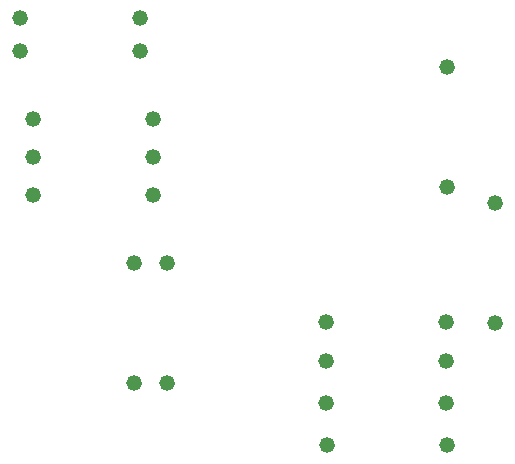
<source format=gbr>
%TF.GenerationSoftware,KiCad,Pcbnew,(6.0.0-0)*%
%TF.CreationDate,2022-01-05T21:11:28+01:00*%
%TF.ProjectId,218_trigger_mod,3231385f-7472-4696-9767-65725f6d6f64,rev?*%
%TF.SameCoordinates,Original*%
%TF.FileFunction,Paste,Top*%
%TF.FilePolarity,Positive*%
%FSLAX46Y46*%
G04 Gerber Fmt 4.6, Leading zero omitted, Abs format (unit mm)*
G04 Created by KiCad (PCBNEW (6.0.0-0)) date 2022-01-05 21:11:28*
%MOMM*%
%LPD*%
G01*
G04 APERTURE LIST*
%ADD10C,1.320800*%
G04 APERTURE END LIST*
D10*
%TO.C,R5*%
X137900000Y-114080000D03*
X137900000Y-103920000D03*
%TD*%
%TO.C,R2*%
X151290000Y-115824000D03*
X161450000Y-115824000D03*
%TD*%
%TO.C,R8*%
X161544000Y-119380000D03*
X151384000Y-119380000D03*
%TD*%
%TO.C,R11*%
X136652000Y-95000000D03*
X126492000Y-95000000D03*
%TD*%
%TO.C,R12*%
X136652000Y-91750000D03*
X126492000Y-91750000D03*
%TD*%
%TO.C,R10*%
X126492000Y-98160000D03*
X136652000Y-98160000D03*
%TD*%
%TO.C,R6*%
X151290000Y-108940000D03*
X161450000Y-108940000D03*
%TD*%
%TO.C,R9*%
X161544000Y-97536000D03*
X161544000Y-87376000D03*
%TD*%
%TO.C,R13*%
X125420000Y-83250000D03*
X135580000Y-83250000D03*
%TD*%
%TO.C,R3*%
X125420000Y-86000000D03*
X135580000Y-86000000D03*
%TD*%
%TO.C,R4*%
X151290000Y-112268000D03*
X161450000Y-112268000D03*
%TD*%
%TO.C,R1*%
X135050000Y-103920000D03*
X135050000Y-114080000D03*
%TD*%
%TO.C,R7*%
X165608000Y-109080000D03*
X165608000Y-98920000D03*
%TD*%
M02*

</source>
